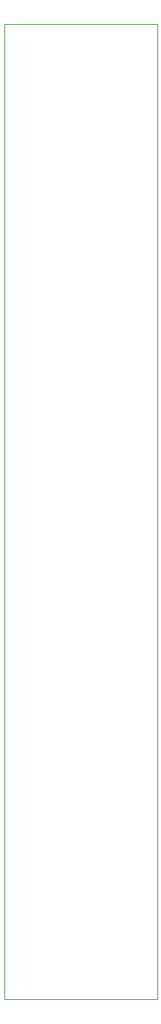
<source format=gm1>
G04 #@! TF.GenerationSoftware,KiCad,Pcbnew,(5.1.2)-2*
G04 #@! TF.CreationDate,2019-07-05T08:21:06+01:00*
G04 #@! TF.ProjectId,mod_synth_clk,6d6f645f-7379-46e7-9468-5f636c6b2e6b,rev?*
G04 #@! TF.SameCoordinates,Original*
G04 #@! TF.FileFunction,Profile,NP*
%FSLAX46Y46*%
G04 Gerber Fmt 4.6, Leading zero omitted, Abs format (unit mm)*
G04 Created by KiCad (PCBNEW (5.1.2)-2) date 2019-07-05 08:21:06*
%MOMM*%
%LPD*%
G04 APERTURE LIST*
%ADD10C,0.050000*%
G04 APERTURE END LIST*
D10*
X55880000Y-25400000D02*
X38100000Y-25400000D01*
X55880000Y-138430000D02*
X55880000Y-25400000D01*
X38100000Y-138430000D02*
X55880000Y-138430000D01*
X38100000Y-25400000D02*
X38100000Y-138430000D01*
M02*

</source>
